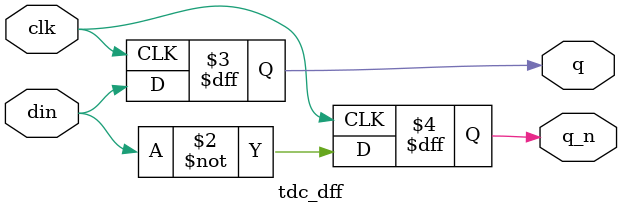
<source format=v>
/**
	******************************************************************************
 * Copyright(c) 2019 Tsinghua University
 * All rights reserved
 *
 * tdc_dff.v: D flip-fllop.
 * author: liulixing, liulx18@mails.tsinghua.edu.cn
 * date: 2023.1.28
 * The output delays 1 sys_clk.
	******************************************************************************
*/

module tdc_dff(
    input           clk, 
    input           din,
    output reg      q,
    output reg      q_n
);
    
always @(posedge clk)
begin
    q <= din;
    q_n <= ~din;
end
endmodule
</source>
